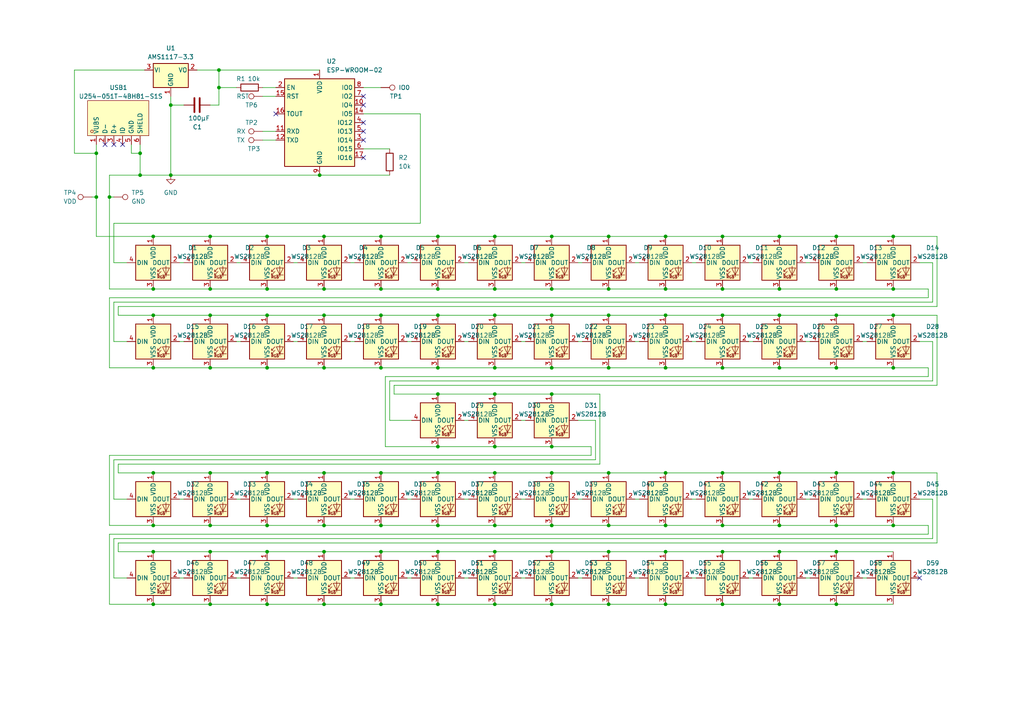
<source format=kicad_sch>
(kicad_sch (version 20231120) (generator "eeschema") (generator_version "8.0")
  (paper "A4")
  (title_block (title "ESP Clock") (rev "1.1") (company "Yanndroid"))
  (lib_symbols
    (symbol "Connector:TestPoint" (pin_numbers hide) (pin_names (offset 0.762) hide)
      (property "Reference" "TP" (at 0 6.858 0))
      (property "Value" "TestPoint" (at 0 5.08 0))
      (symbol "TestPoint_0_1"
        (circle (center 0 3.302) (radius 0.762))
      )
      (symbol "TestPoint_1_1"
        (pin passive line (at 0 0 90) (length 2.54) (name "1") (number "1"))
      )
    )
    (symbol "Device:C" (pin_numbers hide) (pin_names (offset 0.254))
      (property "Reference" "C" (at 0.635 2.54 0))
      (property "Value" "C" (at 0.635 -2.54 0))
      (symbol "C_0_1"
        (polyline (pts (xy -2.032 -0.762) (xy 2.032 -0.762)) (stroke (width 0.508)))
        (polyline (pts (xy -2.032 0.762) (xy 2.032 0.762)) (stroke (width 0.508)))
      )
      (symbol "C_1_1"
        (pin passive line (at 0 3.81 270) (length 2.794) (name "~") (number "1"))
        (pin passive line (at 0 -3.81 90) (length 2.794) (name "~") (number "2"))
      )
    )
    (symbol "Device:R" (pin_numbers hide) (pin_names (offset 0))
      (property "Reference" "R" (at 2.032 0 90))
      (property "Value" "R" (at 0 0 90))
      (symbol "R_0_1"
        (rectangle (start -1.016 -2.54) (end 1.016 2.54) (stroke (width 0.254)))
      )
      (symbol "R_1_1"
        (pin passive line (at 0 3.81 270) (length 1.27) (name "~") (number "1"))
        (pin passive line (at 0 -3.81 90) (length 1.27) (name "~") (number "2"))
      )
    )
    (symbol "LED:WS2812B" (pin_names (offset 0.254))
      (property "Reference" "D" (at 5.08 5.715 0))
      (property "Value" "WS2812B" (at 1.27 -5.715 0))
      (symbol "WS2812B_0_0"
        (text "RGB" (at 2.286 -4.191 0) (effects (font (size 0.762 0.762))))
      )
      (symbol "WS2812B_0_1"
        (polyline (pts (xy 1.27 -3.556) (xy 1.778 -3.556)))
        (polyline (pts (xy 1.27 -2.54) (xy 1.778 -2.54)))
        (polyline (pts (xy 4.699 -3.556) (xy 2.667 -3.556)))
        (polyline (pts (xy 2.286 -2.54) (xy 1.27 -3.556) (xy 1.27 -3.048)))
        (polyline (pts (xy 2.286 -1.524) (xy 1.27 -2.54) (xy 1.27 -2.032)))
        (polyline (pts (xy 3.683 -1.016) (xy 3.683 -3.556) (xy 3.683 -4.064)))
        (polyline (pts (xy 4.699 -1.524) (xy 2.667 -1.524) (xy 3.683 -3.556) (xy 4.699 -1.524)))
        (rectangle (start 5.08 5.08) (end -5.08 -5.08) (stroke (width 0.254)) (fill (type background)))
      )
      (symbol "WS2812B_1_1"
        (pin power_in line (at 0 7.62 270) (length 2.54) (name "VDD") (number "1"))
        (pin output line (at 7.62 0 180) (length 2.54) (name "DOUT") (number "2"))
        (pin power_in line (at 0 -7.62 90) (length 2.54) (name "VSS") (number "3"))
        (pin input line (at -7.62 0 0) (length 2.54) (name "DIN") (number "4"))
      )
    )
    (symbol "RF_Module:ESP-WROOM-02"
      (property "Reference" "U" (at -7.62 13.97 0))
      (property "Value" "ESP-WROOM-02" (at 10.16 13.97 0))
      (symbol "ESP-WROOM-02_0_1"
        (rectangle (start 10.16 12.7) (end -10.16 -12.7) (stroke (width 0.254)) (fill (type background)))
      )
      (symbol "ESP-WROOM-02_1_1"
        (pin power_in line (at 0 15.24 270) (length 2.54) (name "VDD") (number "1"))
        (pin bidirectional line (at 12.7 5.08 180) (length 2.54) (name "IO4") (number "10"))
        (pin bidirectional line (at -12.7 -2.54 0) (length 2.54) (name "RXD") (number "11"))
        (pin bidirectional line (at -12.7 -5.08 0) (length 2.54) (name "TXD") (number "12"))
        (pin passive line (at 0 -15.24 90) (length 2.54) hide (name "GND") (number "13"))
        (pin bidirectional line (at 12.7 2.54 180) (length 2.54) (name "IO5") (number "14"))
        (pin input line (at -12.7 7.62 0) (length 2.54) (name "RST") (number "15"))
        (pin input line (at -12.7 2.54 0) (length 2.54) (name "TOUT") (number "16"))
        (pin bidirectional line (at 12.7 -10.16 180) (length 2.54) (name "IO16") (number "17"))
        (pin passive line (at 0 -15.24 90) (length 2.54) hide (name "GND") (number "18"))
        (pin passive line (at 0 -15.24 90) (length 2.54) hide (name "GND") (number "19"))
        (pin input line (at -12.7 10.16 0) (length 2.54) (name "EN") (number "2"))
        (pin bidirectional line (at 12.7 -5.08 180) (length 2.54) (name "IO14") (number "3"))
        (pin bidirectional line (at 12.7 0 180) (length 2.54) (name "IO12") (number "4"))
        (pin bidirectional line (at 12.7 -2.54 180) (length 2.54) (name "IO13") (number "5"))
        (pin bidirectional line (at 12.7 -7.62 180) (length 2.54) (name "IO15") (number "6"))
        (pin bidirectional line (at 12.7 7.62 180) (length 2.54) (name "IO2") (number "7"))
        (pin bidirectional line (at 12.7 10.16 180) (length 2.54) (name "IO0") (number "8"))
        (pin power_in line (at 0 -15.24 90) (length 2.54) (name "GND") (number "9"))
      )
    )
    (symbol "Regulator_Linear:AMS1117-3.3" (pin_names (offset 0.254))
      (property "Reference" "U" (at -3.81 3.175 0))
      (property "Value" "AMS1117-3.3" (at 0 3.175 0))
      (symbol "AMS1117-3.3_0_1"
        (rectangle (start -5.08 -5.08) (end 5.08 1.905) (stroke (width 0.254)) (fill (type background)))
      )
      (symbol "AMS1117-3.3_1_1"
        (pin power_in line (at 0 -7.62 90) (length 2.54) (name "GND") (number "1"))
        (pin power_out line (at 7.62 0 180) (length 2.54) (name "VO") (number "2"))
        (pin power_in line (at -7.62 0 0) (length 2.54) (name "VI") (number "3"))
      )
    )
    (symbol "easyeda:U254-051T-4BH81-S1S"
      (property "Reference" "USB" (at 0 11.43 0))
      (property "Value" "U254-051T-4BH81-S1S" (at 0 -11.43 0))
      (symbol "U254-051T-4BH81-S1S_0_1"
        (rectangle (start -5.08 8.89) (end 5.08 -8.89) (fill (type background)))
        (circle (center -3.81 7.62) (radius 0.38))
        (pin unspecified line (at -7.62 6.35 0) (length 2.54) (name "VUBS") (number "1"))
        (pin unspecified line (at -7.62 3.81 0) (length 2.54) (name "D-") (number "2"))
        (pin unspecified line (at -7.62 1.27 0) (length 2.54) (name "D+") (number "3"))
        (pin unspecified line (at -7.62 -1.27 0) (length 2.54) (name "ID") (number "4"))
        (pin unspecified line (at -7.62 -3.81 0) (length 2.54) (name "GND") (number "5"))
        (pin unspecified line (at -7.62 -6.35 0) (length 2.54) (name "SHELD") (number "6"))
      )
    )
    (symbol "power:GND" (power) (pin_names (offset 0))
      (property "Value" "GND" (at 0 -3.81 0))
      (symbol "GND_0_1"
        (polyline (pts (xy 0 0) (xy 0 -1.27) (xy 1.27 -1.27) (xy 0 -2.54) (xy -1.27 -1.27) (xy 0 -1.27)))
      )
      (symbol "GND_1_1"
        (pin power_in line (at 0 0 270) (length 0) hide (name "GND") (number "1"))
      )
    )
  )
  (junction (at 193.04 137.16))
  (junction (at 160.02 91.44))
  (junction (at 143.51 68.58))
  (junction (at 226.06 137.16))
  (junction (at 259.08 83.82))
  (junction (at 49.53 50.8))
  (junction (at 40.64 44.45))
  (junction (at 143.51 152.4))
  (junction (at 259.08 91.44))
  (junction (at 60.96 175.26))
  (junction (at 242.57 160.02))
  (junction (at 60.96 160.02))
  (junction (at 242.57 152.4))
  (junction (at 160.02 83.82))
  (junction (at 127 114.3))
  (junction (at 209.55 106.68))
  (junction (at 60.96 152.4))
  (junction (at 44.45 152.4))
  (junction (at 176.53 91.44))
  (junction (at 226.06 152.4))
  (junction (at 160.02 68.58))
  (junction (at 77.47 137.16))
  (junction (at 60.96 106.68))
  (junction (at 127 91.44))
  (junction (at 259.08 152.4))
  (junction (at 93.98 68.58))
  (junction (at 226.06 160.02))
  (junction (at 209.55 91.44))
  (junction (at 44.45 175.26))
  (junction (at 110.49 91.44))
  (junction (at 242.57 137.16))
  (junction (at 63.5 25.4))
  (junction (at 44.45 68.58))
  (junction (at 143.51 83.82))
  (junction (at 27.94 57.15))
  (junction (at 60.96 91.44))
  (junction (at 160.02 114.3))
  (junction (at 226.06 106.68))
  (junction (at 209.55 68.58))
  (junction (at 143.51 129.54))
  (junction (at 31.75 57.15))
  (junction (at 44.45 137.16))
  (junction (at 143.51 106.68))
  (junction (at 60.96 68.58))
  (junction (at 160.02 137.16))
  (junction (at 44.45 91.44))
  (junction (at 143.51 175.26))
  (junction (at 44.45 160.02))
  (junction (at 110.49 68.58))
  (junction (at 176.53 160.02))
  (junction (at 93.98 83.82))
  (junction (at 110.49 160.02))
  (junction (at 127 175.26))
  (junction (at 93.98 106.68))
  (junction (at 143.51 137.16))
  (junction (at 160.02 106.68))
  (junction (at 176.53 68.58))
  (junction (at 110.49 83.82))
  (junction (at 77.47 160.02))
  (junction (at 110.49 175.26))
  (junction (at 193.04 83.82))
  (junction (at 93.98 91.44))
  (junction (at 242.57 175.26))
  (junction (at 193.04 91.44))
  (junction (at 143.51 160.02))
  (junction (at 242.57 106.68))
  (junction (at 40.64 50.8))
  (junction (at 127 160.02))
  (junction (at 77.47 83.82))
  (junction (at 242.57 91.44))
  (junction (at 77.47 152.4))
  (junction (at 127 137.16))
  (junction (at 60.96 83.82))
  (junction (at 127 129.54))
  (junction (at 77.47 106.68))
  (junction (at 160.02 152.4))
  (junction (at 127 106.68))
  (junction (at 44.45 106.68))
  (junction (at 209.55 160.02))
  (junction (at 110.49 152.4))
  (junction (at 160.02 160.02))
  (junction (at 60.96 137.16))
  (junction (at 193.04 68.58))
  (junction (at 27.94 44.45))
  (junction (at 63.5 20.32))
  (junction (at 176.53 106.68))
  (junction (at 110.49 137.16))
  (junction (at 259.08 106.68))
  (junction (at 77.47 91.44))
  (junction (at 49.53 30.48))
  (junction (at 93.98 175.26))
  (junction (at 143.51 91.44))
  (junction (at 160.02 175.26))
  (junction (at 127 68.58))
  (junction (at 259.08 68.58))
  (junction (at 110.49 106.68))
  (junction (at 242.57 83.82))
  (junction (at 226.06 91.44))
  (junction (at 226.06 175.26))
  (junction (at 77.47 68.58))
  (junction (at 193.04 175.26))
  (junction (at 193.04 152.4))
  (junction (at 44.45 83.82))
  (junction (at 93.98 160.02))
  (junction (at 176.53 137.16))
  (junction (at 143.51 114.3))
  (junction (at 209.55 175.26))
  (junction (at 176.53 175.26))
  (junction (at 193.04 160.02))
  (junction (at 209.55 152.4))
  (junction (at 92.71 50.8))
  (junction (at 259.08 137.16))
  (junction (at 226.06 83.82))
  (junction (at 77.47 175.26))
  (junction (at 209.55 137.16))
  (junction (at 160.02 129.54))
  (junction (at 226.06 68.58))
  (junction (at 176.53 152.4))
  (junction (at 209.55 83.82))
  (junction (at 176.53 83.82))
  (junction (at 93.98 152.4))
  (junction (at 193.04 106.68))
  (junction (at 93.98 137.16))
  (junction (at 242.57 68.58))
  (junction (at 127 83.82))
  (junction (at 127 152.4))
  (no_connect (at 105.41 45.72))
  (no_connect (at 105.41 35.56))
  (no_connect (at 35.56 41.91))
  (no_connect (at 33.02 41.91))
  (no_connect (at 105.41 30.48))
  (no_connect (at 105.41 40.64))
  (no_connect (at 105.41 38.1))
  (no_connect (at 30.48 41.91))
  (no_connect (at 80.01 33.02))
  (no_connect (at 266.7 167.64))
  (no_connect (at 105.41 27.94))
  (wire (pts (xy 226.06 91.44) (xy 242.57 91.44)))
  (wire (pts (xy 27.94 68.58) (xy 44.45 68.58)))
  (wire (pts (xy 31.75 106.68) (xy 44.45 106.68)))
  (wire (pts (xy 176.53 68.58) (xy 193.04 68.58)))
  (wire (pts (xy 209.55 91.44) (xy 226.06 91.44)))
  (wire (pts (xy 200.66 144.78) (xy 201.93 144.78)))
  (wire (pts (xy 176.53 91.44) (xy 193.04 91.44)))
  (wire (pts (xy 110.49 91.44) (xy 127 91.44)))
  (wire (pts (xy 143.51 83.82) (xy 160.02 83.82)))
  (wire (pts (xy 101.6 144.78) (xy 102.87 144.78)))
  (wire (pts (xy 160.02 106.68) (xy 176.53 106.68)))
  (wire (pts (xy 101.6 99.06) (xy 102.87 99.06)))
  (wire (pts (xy 269.24 109.22) (xy 111.76 109.22)))
  (wire (pts (xy 77.47 137.16) (xy 93.98 137.16)))
  (wire (pts (xy 40.64 44.45) (xy 40.64 50.8)))
  (wire (pts (xy 173.99 114.3) (xy 173.99 134.62)))
  (wire (pts (xy 60.96 160.02) (xy 77.47 160.02)))
  (wire (pts (xy 68.58 76.2) (xy 69.85 76.2)))
  (wire (pts (xy 160.02 152.4) (xy 176.53 152.4)))
  (wire (pts (xy 226.06 83.82) (xy 242.57 83.82)))
  (wire (pts (xy 143.51 114.3) (xy 160.02 114.3)))
  (wire (pts (xy 269.24 152.4) (xy 269.24 154.94)))
  (wire (pts (xy 93.98 106.68) (xy 110.49 106.68)))
  (wire (pts (xy 127 68.58) (xy 143.51 68.58)))
  (wire (pts (xy 250.19 144.78) (xy 251.46 144.78)))
  (wire (pts (xy 270.51 99.06) (xy 270.51 110.49)))
  (wire (pts (xy 209.55 137.16) (xy 226.06 137.16)))
  (wire (pts (xy 151.13 99.06) (xy 152.4 99.06)))
  (wire (pts (xy 60.96 137.16) (xy 77.47 137.16)))
  (wire (pts (xy 193.04 68.58) (xy 209.55 68.58)))
  (wire (pts (xy 31.75 50.8) (xy 31.75 57.15)))
  (wire (pts (xy 93.98 68.58) (xy 110.49 68.58)))
  (wire (pts (xy 134.62 144.78) (xy 135.89 144.78)))
  (wire (pts (xy 160.02 129.54) (xy 171.45 129.54)))
  (wire (pts (xy 160.02 137.16) (xy 176.53 137.16)))
  (wire (pts (xy 118.11 99.06) (xy 119.38 99.06)))
  (wire (pts (xy 27.94 57.15) (xy 27.94 68.58)))
  (wire (pts (xy 127 137.16) (xy 143.51 137.16)))
  (wire (pts (xy 34.29 88.9) (xy 34.29 91.44)))
  (wire (pts (xy 27.94 41.91) (xy 27.94 44.45)))
  (wire (pts (xy 266.7 144.78) (xy 270.51 144.78)))
  (wire (pts (xy 226.06 175.26) (xy 242.57 175.26)))
  (wire (pts (xy 92.71 50.8) (xy 113.03 50.8)))
  (wire (pts (xy 44.45 91.44) (xy 60.96 91.44)))
  (wire (pts (xy 33.02 99.06) (xy 36.83 99.06)))
  (wire (pts (xy 200.66 99.06) (xy 201.93 99.06)))
  (wire (pts (xy 160.02 175.26) (xy 176.53 175.26)))
  (wire (pts (xy 68.58 99.06) (xy 69.85 99.06)))
  (wire (pts (xy 77.47 91.44) (xy 93.98 91.44)))
  (wire (pts (xy 259.08 106.68) (xy 269.24 106.68)))
  (wire (pts (xy 38.1 41.91) (xy 38.1 44.45)))
  (wire (pts (xy 121.92 33.02) (xy 105.41 33.02)))
  (wire (pts (xy 31.75 175.26) (xy 44.45 175.26)))
  (wire (pts (xy 63.5 25.4) (xy 63.5 30.48)))
  (wire (pts (xy 110.49 152.4) (xy 127 152.4)))
  (wire (pts (xy 160.02 114.3) (xy 173.99 114.3)))
  (wire (pts (xy 110.49 83.82) (xy 127 83.82)))
  (wire (pts (xy 184.15 76.2) (xy 185.42 76.2)))
  (wire (pts (xy 200.66 76.2) (xy 201.93 76.2)))
  (wire (pts (xy 209.55 152.4) (xy 226.06 152.4)))
  (wire (pts (xy 242.57 160.02) (xy 259.08 160.02)))
  (wire (pts (xy 242.57 91.44) (xy 259.08 91.44)))
  (wire (pts (xy 33.02 144.78) (xy 36.83 144.78)))
  (wire (pts (xy 36.83 76.2) (xy 33.02 76.2)))
  (wire (pts (xy 34.29 137.16) (xy 44.45 137.16)))
  (wire (pts (xy 209.55 68.58) (xy 226.06 68.58)))
  (wire (pts (xy 271.78 137.16) (xy 271.78 157.48)))
  (wire (pts (xy 52.07 99.06) (xy 53.34 99.06)))
  (wire (pts (xy 21.59 44.45) (xy 27.94 44.45)))
  (wire (pts (xy 85.09 76.2) (xy 86.36 76.2)))
  (wire (pts (xy 60.96 68.58) (xy 77.47 68.58)))
  (wire (pts (xy 31.75 50.8) (xy 40.64 50.8)))
  (wire (pts (xy 49.53 50.8) (xy 92.71 50.8)))
  (wire (pts (xy 34.29 160.02) (xy 44.45 160.02)))
  (wire (pts (xy 266.7 76.2) (xy 270.51 76.2)))
  (wire (pts (xy 233.68 76.2) (xy 234.95 76.2)))
  (wire (pts (xy 85.09 144.78) (xy 86.36 144.78)))
  (wire (pts (xy 259.08 83.82) (xy 269.24 83.82)))
  (wire (pts (xy 44.45 137.16) (xy 60.96 137.16)))
  (wire (pts (xy 200.66 167.64) (xy 201.93 167.64)))
  (wire (pts (xy 167.64 144.78) (xy 168.91 144.78)))
  (wire (pts (xy 143.51 160.02) (xy 160.02 160.02)))
  (wire (pts (xy 259.08 91.44) (xy 271.78 91.44)))
  (wire (pts (xy 26.67 57.15) (xy 27.94 57.15)))
  (wire (pts (xy 226.06 137.16) (xy 242.57 137.16)))
  (wire (pts (xy 68.58 144.78) (xy 69.85 144.78)))
  (wire (pts (xy 33.02 167.64) (xy 36.83 167.64)))
  (wire (pts (xy 60.96 106.68) (xy 77.47 106.68)))
  (wire (pts (xy 38.1 44.45) (xy 40.64 44.45)))
  (wire (pts (xy 143.51 175.26) (xy 160.02 175.26)))
  (wire (pts (xy 33.02 87.63) (xy 33.02 99.06)))
  (wire (pts (xy 134.62 76.2) (xy 135.89 76.2)))
  (wire (pts (xy 60.96 83.82) (xy 77.47 83.82)))
  (wire (pts (xy 250.19 99.06) (xy 251.46 99.06)))
  (wire (pts (xy 242.57 152.4) (xy 259.08 152.4)))
  (wire (pts (xy 105.41 43.18) (xy 113.03 43.18)))
  (wire (pts (xy 60.96 30.48) (xy 63.5 30.48)))
  (wire (pts (xy 209.55 160.02) (xy 226.06 160.02)))
  (wire (pts (xy 269.24 154.94) (xy 31.75 154.94)))
  (wire (pts (xy 160.02 83.82) (xy 176.53 83.82)))
  (wire (pts (xy 270.51 76.2) (xy 270.51 87.63)))
  (wire (pts (xy 193.04 106.68) (xy 209.55 106.68)))
  (wire (pts (xy 68.58 167.64) (xy 69.85 167.64)))
  (wire (pts (xy 111.76 109.22) (xy 111.76 129.54)))
  (wire (pts (xy 44.45 106.68) (xy 60.96 106.68)))
  (wire (pts (xy 77.47 152.4) (xy 93.98 152.4)))
  (wire (pts (xy 52.07 167.64) (xy 53.34 167.64)))
  (wire (pts (xy 34.29 134.62) (xy 34.29 137.16)))
  (wire (pts (xy 271.78 137.16) (xy 259.08 137.16)))
  (wire (pts (xy 49.53 30.48) (xy 49.53 50.8)))
  (wire (pts (xy 21.59 20.32) (xy 21.59 44.45)))
  (wire (pts (xy 171.45 129.54) (xy 171.45 132.08)))
  (wire (pts (xy 93.98 152.4) (xy 110.49 152.4)))
  (wire (pts (xy 93.98 137.16) (xy 110.49 137.16)))
  (wire (pts (xy 269.24 106.68) (xy 269.24 109.22)))
  (wire (pts (xy 193.04 91.44) (xy 209.55 91.44)))
  (wire (pts (xy 167.64 121.92) (xy 172.72 121.92)))
  (wire (pts (xy 270.51 110.49) (xy 113.03 110.49)))
  (wire (pts (xy 127 83.82) (xy 143.51 83.82)))
  (wire (pts (xy 127 129.54) (xy 143.51 129.54)))
  (wire (pts (xy 127 106.68) (xy 143.51 106.68)))
  (wire (pts (xy 193.04 83.82) (xy 209.55 83.82)))
  (wire (pts (xy 233.68 144.78) (xy 234.95 144.78)))
  (wire (pts (xy 57.15 20.32) (xy 63.5 20.32)))
  (wire (pts (xy 160.02 160.02) (xy 176.53 160.02)))
  (wire (pts (xy 143.51 91.44) (xy 160.02 91.44)))
  (wire (pts (xy 217.17 99.06) (xy 218.44 99.06)))
  (wire (pts (xy 151.13 121.92) (xy 152.4 121.92)))
  (wire (pts (xy 44.45 68.58) (xy 60.96 68.58)))
  (wire (pts (xy 270.51 156.21) (xy 33.02 156.21)))
  (wire (pts (xy 85.09 99.06) (xy 86.36 99.06)))
  (wire (pts (xy 52.07 144.78) (xy 53.34 144.78)))
  (wire (pts (xy 93.98 160.02) (xy 110.49 160.02)))
  (wire (pts (xy 266.7 99.06) (xy 270.51 99.06)))
  (wire (pts (xy 77.47 106.68) (xy 93.98 106.68)))
  (wire (pts (xy 176.53 137.16) (xy 193.04 137.16)))
  (wire (pts (xy 63.5 20.32) (xy 92.71 20.32)))
  (wire (pts (xy 93.98 83.82) (xy 110.49 83.82)))
  (wire (pts (xy 101.6 76.2) (xy 102.87 76.2)))
  (wire (pts (xy 121.92 64.77) (xy 121.92 33.02)))
  (wire (pts (xy 269.24 83.82) (xy 269.24 86.36)))
  (wire (pts (xy 143.51 68.58) (xy 160.02 68.58)))
  (wire (pts (xy 31.75 132.08) (xy 31.75 152.4)))
  (wire (pts (xy 110.49 137.16) (xy 127 137.16)))
  (wire (pts (xy 176.53 175.26) (xy 193.04 175.26)))
  (wire (pts (xy 77.47 175.26) (xy 93.98 175.26)))
  (wire (pts (xy 40.64 50.8) (xy 49.53 50.8)))
  (wire (pts (xy 217.17 167.64) (xy 218.44 167.64)))
  (wire (pts (xy 60.96 175.26) (xy 77.47 175.26)))
  (wire (pts (xy 31.75 154.94) (xy 31.75 175.26)))
  (wire (pts (xy 111.76 129.54) (xy 127 129.54)))
  (wire (pts (xy 143.51 106.68) (xy 160.02 106.68)))
  (wire (pts (xy 160.02 68.58) (xy 176.53 68.58)))
  (wire (pts (xy 31.75 57.15) (xy 33.02 57.15)))
  (wire (pts (xy 110.49 106.68) (xy 127 106.68)))
  (wire (pts (xy 143.51 137.16) (xy 160.02 137.16)))
  (wire (pts (xy 143.51 129.54) (xy 160.02 129.54)))
  (wire (pts (xy 114.3 114.3) (xy 114.3 111.76)))
  (wire (pts (xy 63.5 25.4) (xy 68.58 25.4)))
  (wire (pts (xy 269.24 86.36) (xy 31.75 86.36)))
  (wire (pts (xy 118.11 167.64) (xy 119.38 167.64)))
  (wire (pts (xy 250.19 167.64) (xy 251.46 167.64)))
  (wire (pts (xy 44.45 83.82) (xy 31.75 83.82)))
  (wire (pts (xy 31.75 57.15) (xy 31.75 83.82)))
  (wire (pts (xy 176.53 160.02) (xy 193.04 160.02)))
  (wire (pts (xy 176.53 83.82) (xy 193.04 83.82)))
  (wire (pts (xy 193.04 137.16) (xy 209.55 137.16)))
  (wire (pts (xy 176.53 106.68) (xy 193.04 106.68)))
  (wire (pts (xy 151.13 167.64) (xy 152.4 167.64)))
  (wire (pts (xy 110.49 68.58) (xy 127 68.58)))
  (wire (pts (xy 173.99 134.62) (xy 34.29 134.62)))
  (wire (pts (xy 134.62 167.64) (xy 135.89 167.64)))
  (wire (pts (xy 209.55 106.68) (xy 226.06 106.68)))
  (wire (pts (xy 134.62 121.92) (xy 135.89 121.92)))
  (wire (pts (xy 242.57 175.26) (xy 259.08 175.26)))
  (wire (pts (xy 193.04 160.02) (xy 209.55 160.02)))
  (wire (pts (xy 217.17 144.78) (xy 218.44 144.78)))
  (wire (pts (xy 226.06 106.68) (xy 242.57 106.68)))
  (wire (pts (xy 76.2 25.4) (xy 80.01 25.4)))
  (wire (pts (xy 127 152.4) (xy 143.51 152.4)))
  (wire (pts (xy 76.2 27.94) (xy 80.01 27.94)))
  (wire (pts (xy 193.04 152.4) (xy 209.55 152.4)))
  (wire (pts (xy 77.47 83.82) (xy 93.98 83.82)))
  (wire (pts (xy 101.6 167.64) (xy 102.87 167.64)))
  (wire (pts (xy 270.51 144.78) (xy 270.51 156.21)))
  (wire (pts (xy 114.3 111.76) (xy 271.78 111.76)))
  (wire (pts (xy 113.03 110.49) (xy 113.03 121.92)))
  (wire (pts (xy 250.19 76.2) (xy 251.46 76.2)))
  (wire (pts (xy 110.49 160.02) (xy 127 160.02)))
  (wire (pts (xy 34.29 157.48) (xy 34.29 160.02)))
  (wire (pts (xy 127 160.02) (xy 143.51 160.02)))
  (wire (pts (xy 127 175.26) (xy 143.51 175.26)))
  (wire (pts (xy 172.72 121.92) (xy 172.72 133.35)))
  (wire (pts (xy 52.07 76.2) (xy 53.34 76.2)))
  (wire (pts (xy 127 91.44) (xy 143.51 91.44)))
  (wire (pts (xy 80.01 40.64) (xy 76.2 40.64)))
  (wire (pts (xy 226.06 152.4) (xy 242.57 152.4)))
  (wire (pts (xy 271.78 68.58) (xy 271.78 88.9)))
  (wire (pts (xy 127 114.3) (xy 114.3 114.3)))
  (wire (pts (xy 167.64 99.06) (xy 168.91 99.06)))
  (wire (pts (xy 44.45 152.4) (xy 60.96 152.4)))
  (wire (pts (xy 271.78 157.48) (xy 34.29 157.48)))
  (wire (pts (xy 226.06 160.02) (xy 242.57 160.02)))
  (wire (pts (xy 184.15 167.64) (xy 185.42 167.64)))
  (wire (pts (xy 33.02 156.21) (xy 33.02 167.64)))
  (wire (pts (xy 49.53 27.94) (xy 49.53 30.48)))
  (wire (pts (xy 209.55 83.82) (xy 226.06 83.82)))
  (wire (pts (xy 270.51 87.63) (xy 33.02 87.63)))
  (wire (pts (xy 31.75 152.4) (xy 44.45 152.4)))
  (wire (pts (xy 233.68 167.64) (xy 234.95 167.64)))
  (wire (pts (xy 60.96 91.44) (xy 77.47 91.44)))
  (wire (pts (xy 193.04 175.26) (xy 209.55 175.26)))
  (wire (pts (xy 27.94 44.45) (xy 27.94 57.15)))
  (wire (pts (xy 171.45 132.08) (xy 31.75 132.08)))
  (wire (pts (xy 176.53 152.4) (xy 193.04 152.4)))
  (wire (pts (xy 44.45 175.26) (xy 60.96 175.26)))
  (wire (pts (xy 110.49 175.26) (xy 127 175.26)))
  (wire (pts (xy 113.03 121.92) (xy 119.38 121.92)))
  (wire (pts (xy 44.45 83.82) (xy 60.96 83.82)))
  (wire (pts (xy 21.59 20.32) (xy 41.91 20.32)))
  (wire (pts (xy 167.64 76.2) (xy 168.91 76.2)))
  (wire (pts (xy 242.57 68.58) (xy 259.08 68.58)))
  (wire (pts (xy 76.2 38.1) (xy 80.01 38.1)))
  (wire (pts (xy 93.98 91.44) (xy 110.49 91.44)))
  (wire (pts (xy 44.45 160.02) (xy 60.96 160.02)))
  (wire (pts (xy 259.08 152.4) (xy 269.24 152.4)))
  (wire (pts (xy 217.17 76.2) (xy 218.44 76.2)))
  (wire (pts (xy 242.57 106.68) (xy 259.08 106.68)))
  (wire (pts (xy 33.02 76.2) (xy 33.02 64.77)))
  (wire (pts (xy 34.29 91.44) (xy 44.45 91.44)))
  (wire (pts (xy 60.96 152.4) (xy 77.47 152.4)))
  (wire (pts (xy 40.64 41.91) (xy 40.64 44.45)))
  (wire (pts (xy 127 114.3) (xy 143.51 114.3)))
  (wire (pts (xy 118.11 76.2) (xy 119.38 76.2)))
  (wire (pts (xy 33.02 64.77) (xy 121.92 64.77)))
  (wire (pts (xy 49.53 30.48) (xy 53.34 30.48)))
  (wire (pts (xy 160.02 91.44) (xy 176.53 91.44)))
  (wire (pts (xy 167.64 167.64) (xy 168.91 167.64)))
  (wire (pts (xy 271.78 68.58) (xy 259.08 68.58)))
  (wire (pts (xy 271.78 88.9) (xy 34.29 88.9)))
  (wire (pts (xy 31.75 86.36) (xy 31.75 106.68)))
  (wire (pts (xy 233.68 99.06) (xy 234.95 99.06)))
  (wire (pts (xy 184.15 144.78) (xy 185.42 144.78)))
  (wire (pts (xy 172.72 133.35) (xy 33.02 133.35)))
  (wire (pts (xy 271.78 111.76) (xy 271.78 91.44)))
  (wire (pts (xy 105.41 25.4) (xy 110.49 25.4)))
  (wire (pts (xy 77.47 160.02) (xy 93.98 160.02)))
  (wire (pts (xy 93.98 175.26) (xy 110.49 175.26)))
  (wire (pts (xy 134.62 99.06) (xy 135.89 99.06)))
  (wire (pts (xy 226.06 68.58) (xy 242.57 68.58)))
  (wire (pts (xy 209.55 175.26) (xy 226.06 175.26)))
  (wire (pts (xy 63.5 25.4) (xy 63.5 20.32)))
  (wire (pts (xy 143.51 152.4) (xy 160.02 152.4)))
  (wire (pts (xy 184.15 99.06) (xy 185.42 99.06)))
  (wire (pts (xy 77.47 68.58) (xy 93.98 68.58)))
  (wire (pts (xy 151.13 76.2) (xy 152.4 76.2)))
  (wire (pts (xy 242.57 83.82) (xy 259.08 83.82)))
  (wire (pts (xy 151.13 144.78) (xy 152.4 144.78)))
  (wire (pts (xy 242.57 137.16) (xy 259.08 137.16)))
  (wire (pts (xy 33.02 133.35) (xy 33.02 144.78)))
  (wire (pts (xy 85.09 167.64) (xy 86.36 167.64)))
  (wire (pts (xy 118.11 144.78) (xy 119.38 144.78)))
  (symbol (lib_id "LED:WS2812B") (at 176.53 99.06 0) (unit 1)
    (property "Reference" "D23" (at 187.96 94.7293 0))
    (property "Value" "WS2812B" (at 187.96 97.2693 0))
    (property "Footprint" "LED_SMD:LED_WS2812B_PLCC4_5.0x5.0mm_P3.2mm" (effects (hide yes)))
    (property "Datasheet" "https://cdn-shop.adafruit.com/datasheets/WS2812B.pdf" (effects (hide yes)))
  )
  (symbol (lib_id "LED:WS2812B") (at 259.08 144.78 0) (unit 1)
    (property "Reference" "D45" (at 270.51 140.4493 0))
    (property "Value" "WS2812B" (at 270.51 142.9893 0))
    (property "Footprint" "LED_SMD:LED_WS2812B_PLCC4_5.0x5.0mm_P3.2mm" (effects (hide yes)))
    (property "Datasheet" "https://cdn-shop.adafruit.com/datasheets/WS2812B.pdf" (effects (hide yes)))
  )
  (symbol (lib_id "LED:WS2812B") (at 127 144.78 0) (unit 1)
    (property "Reference" "D37" (at 138.43 140.4493 0))
    (property "Value" "WS2812B" (at 138.43 142.9893 0))
    (property "Footprint" "LED_SMD:LED_WS2812B_PLCC4_5.0x5.0mm_P3.2mm" (effects (hide yes)))
    (property "Datasheet" "https://cdn-shop.adafruit.com/datasheets/WS2812B.pdf" (effects (hide yes)))
  )
  (symbol (lib_id "LED:WS2812B") (at 93.98 99.06 0) (unit 1)
    (property "Reference" "D18" (at 105.41 94.7293 0))
    (property "Value" "WS2812B" (at 105.41 97.2693 0))
    (property "Footprint" "LED_SMD:LED_WS2812B_PLCC4_5.0x5.0mm_P3.2mm" (effects (hide yes)))
    (property "Datasheet" "https://cdn-shop.adafruit.com/datasheets/WS2812B.pdf" (effects (hide yes)))
  )
  (symbol (lib_id "power:GND") (at 49.53 50.8 0) (unit 1)
    (property "Reference" "#PWR01" (effects (hide yes)))
    (property "Value" "GND" (at 49.53 55.88 0))
  )
  (symbol (lib_id "LED:WS2812B") (at 160.02 167.64 0) (unit 1)
    (property "Reference" "D53" (at 171.45 163.3093 0))
    (property "Value" "WS2812B" (at 171.45 165.8493 0))
    (property "Footprint" "LED_SMD:LED_WS2812B_PLCC4_5.0x5.0mm_P3.2mm" (effects (hide yes)))
    (property "Datasheet" "https://cdn-shop.adafruit.com/datasheets/WS2812B.pdf" (effects (hide yes)))
  )
  (symbol (lib_id "Connector:TestPoint") (at 76.2 38.1 90) (unit 1)
    (property "Reference" "TP2" (at 71.12 35.56 90) (effects (justify right)))
    (property "Value" "RX" (at 68.58 38.1 90) (effects (justify right)))
    (property "Footprint" "TestPoint:TestPoint_Pad_D1.5mm" (effects (hide yes)))
  )
  (symbol (lib_id "LED:WS2812B") (at 127 121.92 0) (unit 1)
    (property "Reference" "D29" (at 138.43 117.5893 0))
    (property "Value" "WS2812B" (at 138.43 120.1293 0))
    (property "Footprint" "LED_SMD:LED_WS2812B_PLCC4_5.0x5.0mm_P3.2mm" (effects (hide yes)))
    (property "Datasheet" "https://cdn-shop.adafruit.com/datasheets/WS2812B.pdf" (effects (hide yes)))
  )
  (symbol (lib_id "LED:WS2812B") (at 160.02 76.2 0) (unit 1)
    (property "Reference" "D8" (at 171.45 71.8693 0))
    (property "Value" "WS2812B" (at 171.45 74.4093 0))
    (property "Footprint" "LED_SMD:LED_WS2812B_PLCC4_5.0x5.0mm_P3.2mm" (effects (hide yes)))
    (property "Datasheet" "https://cdn-shop.adafruit.com/datasheets/WS2812B.pdf" (effects (hide yes)))
  )
  (symbol (lib_id "LED:WS2812B") (at 209.55 76.2 0) (unit 1)
    (property "Reference" "D11" (at 220.98 71.8693 0))
    (property "Value" "WS2812B" (at 220.98 74.4093 0))
    (property "Footprint" "LED_SMD:LED_WS2812B_PLCC4_5.0x5.0mm_P3.2mm" (effects (hide yes)))
    (property "Datasheet" "https://cdn-shop.adafruit.com/datasheets/WS2812B.pdf" (effects (hide yes)))
  )
  (symbol (lib_id "LED:WS2812B") (at 226.06 76.2 0) (unit 1)
    (property "Reference" "D12" (at 237.49 71.8693 0))
    (property "Value" "WS2812B" (at 237.49 74.4093 0))
    (property "Footprint" "LED_SMD:LED_WS2812B_PLCC4_5.0x5.0mm_P3.2mm" (effects (hide yes)))
    (property "Datasheet" "https://cdn-shop.adafruit.com/datasheets/WS2812B.pdf" (effects (hide yes)))
  )
  (symbol (lib_id "LED:WS2812B") (at 60.96 167.64 0) (unit 1)
    (property "Reference" "D47" (at 72.39 163.3093 0))
    (property "Value" "WS2812B" (at 72.39 165.8493 0))
    (property "Footprint" "LED_SMD:LED_WS2812B_PLCC4_5.0x5.0mm_P3.2mm" (effects (hide yes)))
    (property "Datasheet" "https://cdn-shop.adafruit.com/datasheets/WS2812B.pdf" (effects (hide yes)))
  )
  (symbol (lib_id "Connector:TestPoint") (at 76.2 27.94 90) (unit 1)
    (property "Reference" "TP6" (at 71.12 30.48 90) (effects (justify right)))
    (property "Value" "RST" (at 68.58 27.94 90) (effects (justify right)))
    (property "Footprint" "TestPoint:TestPoint_Pad_D1.5mm" (effects (hide yes)))
  )
  (symbol (lib_id "LED:WS2812B") (at 44.45 167.64 0) (unit 1)
    (property "Reference" "D46" (at 55.88 163.3093 0))
    (property "Value" "WS2812B" (at 55.88 165.8493 0))
    (property "Footprint" "LED_SMD:LED_WS2812B_PLCC4_5.0x5.0mm_P3.2mm" (effects (hide yes)))
    (property "Datasheet" "https://cdn-shop.adafruit.com/datasheets/WS2812B.pdf" (effects (hide yes)))
  )
  (symbol (lib_id "Connector:TestPoint") (at 76.2 40.64 90) (unit 1)
    (property "Reference" "TP3" (at 73.66 43.18 90))
    (property "Value" "TX" (at 69.85 40.64 90))
    (property "Footprint" "TestPoint:TestPoint_Pad_D1.5mm" (effects (hide yes)))
  )
  (symbol (lib_id "Connector:TestPoint") (at 26.67 57.15 90) (unit 1)
    (property "Reference" "TP4" (at 20.32 55.88 90))
    (property "Value" "VDD" (at 20.32 58.42 90))
    (property "Footprint" "TestPoint:TestPoint_Pad_D2.5mm" (effects (hide yes)))
  )
  (symbol (lib_id "Connector:TestPoint") (at 33.02 57.15 270) (unit 1)
    (property "Reference" "TP5" (at 38.1 55.8799 90) (effects (justify left)))
    (property "Value" "GND" (at 38.1 58.4199 90) (effects (justify left)))
    (property "Footprint" "TestPoint:TestPoint_Pad_D2.5mm" (effects (hide yes)))
  )
  (symbol (lib_id "LED:WS2812B") (at 93.98 76.2 0) (unit 1)
    (property "Reference" "D4" (at 105.41 71.8693 0))
    (property "Value" "WS2812B" (at 105.41 74.4093 0))
    (property "Footprint" "LED_SMD:LED_WS2812B_PLCC4_5.0x5.0mm_P3.2mm" (effects (hide yes)))
    (property "Datasheet" "https://cdn-shop.adafruit.com/datasheets/WS2812B.pdf" (effects (hide yes)))
  )
  (symbol (lib_id "LED:WS2812B") (at 77.47 99.06 0) (unit 1)
    (property "Reference" "D17" (at 88.9 94.7293 0))
    (property "Value" "WS2812B" (at 88.9 97.2693 0))
    (property "Footprint" "LED_SMD:LED_WS2812B_PLCC4_5.0x5.0mm_P3.2mm" (effects (hide yes)))
    (property "Datasheet" "https://cdn-shop.adafruit.com/datasheets/WS2812B.pdf" (effects (hide yes)))
  )
  (symbol (lib_id "LED:WS2812B") (at 110.49 167.64 0) (unit 1)
    (property "Reference" "D50" (at 121.92 163.3093 0))
    (property "Value" "WS2812B" (at 121.92 165.8493 0))
    (property "Footprint" "LED_SMD:LED_WS2812B_PLCC4_5.0x5.0mm_P3.2mm" (effects (hide yes)))
    (property "Datasheet" "https://cdn-shop.adafruit.com/datasheets/WS2812B.pdf" (effects (hide yes)))
  )
  (symbol (lib_id "LED:WS2812B") (at 143.51 144.78 0) (unit 1)
    (property "Reference" "D38" (at 154.94 140.4493 0))
    (property "Value" "WS2812B" (at 154.94 142.9893 0))
    (property "Footprint" "LED_SMD:LED_WS2812B_PLCC4_5.0x5.0mm_P3.2mm" (effects (hide yes)))
    (property "Datasheet" "https://cdn-shop.adafruit.com/datasheets/WS2812B.pdf" (effects (hide yes)))
  )
  (symbol (lib_id "LED:WS2812B") (at 160.02 99.06 0) (unit 1)
    (property "Reference" "D22" (at 171.45 94.7293 0))
    (property "Value" "WS2812B" (at 171.45 97.2693 0))
    (property "Footprint" "LED_SMD:LED_WS2812B_PLCC4_5.0x5.0mm_P3.2mm" (effects (hide yes)))
    (property "Datasheet" "https://cdn-shop.adafruit.com/datasheets/WS2812B.pdf" (effects (hide yes)))
  )
  (symbol (lib_id "LED:WS2812B") (at 143.51 121.92 0) (unit 1)
    (property "Reference" "D30" (at 154.94 117.5893 0))
    (property "Value" "WS2812B" (at 154.94 120.1293 0))
    (property "Footprint" "LED_SMD:LED_WS2812B_PLCC4_5.0x5.0mm_P3.2mm" (effects (hide yes)))
    (property "Datasheet" "https://cdn-shop.adafruit.com/datasheets/WS2812B.pdf" (effects (hide yes)))
  )
  (symbol (lib_id "LED:WS2812B") (at 143.51 99.06 0) (unit 1)
    (property "Reference" "D21" (at 154.94 94.7293 0))
    (property "Value" "WS2812B" (at 154.94 97.2693 0))
    (property "Footprint" "LED_SMD:LED_WS2812B_PLCC4_5.0x5.0mm_P3.2mm" (effects (hide yes)))
    (property "Datasheet" "https://cdn-shop.adafruit.com/datasheets/WS2812B.pdf" (effects (hide yes)))
  )
  (symbol (lib_id "LED:WS2812B") (at 143.51 76.2 0) (unit 1)
    (property "Reference" "D7" (at 154.94 71.8693 0))
    (property "Value" "WS2812B" (at 154.94 74.4093 0))
    (property "Footprint" "LED_SMD:LED_WS2812B_PLCC4_5.0x5.0mm_P3.2mm" (effects (hide yes)))
    (property "Datasheet" "https://cdn-shop.adafruit.com/datasheets/WS2812B.pdf" (effects (hide yes)))
  )
  (symbol (lib_id "easyeda:U254-051T-4BH81-S1S") (at 34.29 34.29 90) (unit 1)
    (property "Reference" "USB1" (at 31.75 25.4 90) (effects (justify right)))
    (property "Value" "U254-051T-4BH81-S1S" (at 22.86 27.94 90) (effects (justify right)))
    (property "Footprint" "easyeda:MICRO-USB-SMD_U254-051T-4BH81-S1S" (effects (hide yes)))
    (property "Datasheet" "https://lcsc.com/product-detail/USB-Connectors_XKB-Connectivity-U254-051T-4BH81-S1S_C2682232.html" (effects (hide yes)))
    (property "Manufacturer" "XKB Connectivity(中国星坤)" (effects (hide yes)))
    (property "LCSC Part" "C2682232" (effects (hide yes)))
    (property "JLC Part" "Extended Part" (effects (hide yes)))
  )
  (symbol (lib_id "Device:R") (at 113.03 46.99 0) (unit 1)
    (property "Reference" "R2" (at 115.57 45.7199 0) (effects (justify left)))
    (property "Value" "10k" (at 115.57 48.2599 0) (effects (justify left)))
    (property "Footprint" "Resistor_SMD:R_0603_1608Metric" (effects (hide yes)))
  )
  (symbol (lib_id "LED:WS2812B") (at 110.49 144.78 0) (unit 1)
    (property "Reference" "D36" (at 121.92 140.4493 0))
    (property "Value" "WS2812B" (at 121.92 142.9893 0))
    (property "Footprint" "LED_SMD:LED_WS2812B_PLCC4_5.0x5.0mm_P3.2mm" (effects (hide yes)))
    (property "Datasheet" "https://cdn-shop.adafruit.com/datasheets/WS2812B.pdf" (effects (hide yes)))
  )
  (symbol (lib_id "LED:WS2812B") (at 209.55 144.78 0) (unit 1)
    (property "Reference" "D42" (at 220.98 140.4493 0))
    (property "Value" "WS2812B" (at 220.98 142.9893 0))
    (property "Footprint" "LED_SMD:LED_WS2812B_PLCC4_5.0x5.0mm_P3.2mm" (effects (hide yes)))
    (property "Datasheet" "https://cdn-shop.adafruit.com/datasheets/WS2812B.pdf" (effects (hide yes)))
  )
  (symbol (lib_id "LED:WS2812B") (at 176.53 167.64 0) (unit 1)
    (property "Reference" "D54" (at 187.96 163.3093 0))
    (property "Value" "WS2812B" (at 187.96 165.8493 0))
    (property "Footprint" "LED_SMD:LED_WS2812B_PLCC4_5.0x5.0mm_P3.2mm" (effects (hide yes)))
    (property "Datasheet" "https://cdn-shop.adafruit.com/datasheets/WS2812B.pdf" (effects (hide yes)))
  )
  (symbol (lib_id "LED:WS2812B") (at 110.49 99.06 0) (unit 1)
    (property "Reference" "D19" (at 121.92 94.7293 0))
    (property "Value" "WS2812B" (at 121.92 97.2693 0))
    (property "Footprint" "LED_SMD:LED_WS2812B_PLCC4_5.0x5.0mm_P3.2mm" (effects (hide yes)))
    (property "Datasheet" "https://cdn-shop.adafruit.com/datasheets/WS2812B.pdf" (effects (hide yes)))
  )
  (symbol (lib_id "LED:WS2812B") (at 226.06 144.78 0) (unit 1)
    (property "Reference" "D43" (at 237.49 140.4493 0))
    (property "Value" "WS2812B" (at 237.49 142.9893 0))
    (property "Footprint" "LED_SMD:LED_WS2812B_PLCC4_5.0x5.0mm_P3.2mm" (effects (hide yes)))
    (property "Datasheet" "https://cdn-shop.adafruit.com/datasheets/WS2812B.pdf" (effects (hide yes)))
  )
  (symbol (lib_id "LED:WS2812B") (at 176.53 144.78 0) (unit 1)
    (property "Reference" "D40" (at 187.96 140.4493 0))
    (property "Value" "WS2812B" (at 187.96 142.9893 0))
    (property "Footprint" "LED_SMD:LED_WS2812B_PLCC4_5.0x5.0mm_P3.2mm" (effects (hide yes)))
    (property "Datasheet" "https://cdn-shop.adafruit.com/datasheets/WS2812B.pdf" (effects (hide yes)))
  )
  (symbol (lib_id "LED:WS2812B") (at 242.57 167.64 0) (unit 1)
    (property "Reference" "D58" (at 254 163.3093 0))
    (property "Value" "WS2812B" (at 254 165.8493 0))
    (property "Footprint" "LED_SMD:LED_WS2812B_PLCC4_5.0x5.0mm_P3.2mm" (effects (hide yes)))
    (property "Datasheet" "https://cdn-shop.adafruit.com/datasheets/WS2812B.pdf" (effects (hide yes)))
  )
  (symbol (lib_id "LED:WS2812B") (at 160.02 144.78 0) (unit 1)
    (property "Reference" "D39" (at 171.45 140.4493 0))
    (property "Value" "WS2812B" (at 171.45 142.9893 0))
    (property "Footprint" "LED_SMD:LED_WS2812B_PLCC4_5.0x5.0mm_P3.2mm" (effects (hide yes)))
    (property "Datasheet" "https://cdn-shop.adafruit.com/datasheets/WS2812B.pdf" (effects (hide yes)))
  )
  (symbol (lib_id "LED:WS2812B") (at 242.57 76.2 0) (unit 1)
    (property "Reference" "D13" (at 254 71.8693 0))
    (property "Value" "WS2812B" (at 254 74.4093 0))
    (property "Footprint" "LED_SMD:LED_WS2812B_PLCC4_5.0x5.0mm_P3.2mm" (effects (hide yes)))
    (property "Datasheet" "https://cdn-shop.adafruit.com/datasheets/WS2812B.pdf" (effects (hide yes)))
  )
  (symbol (lib_id "Regulator_Linear:AMS1117-3.3") (at 49.53 20.32 0) (unit 1)
    (property "Reference" "U1" (at 49.53 13.97 0))
    (property "Value" "AMS1117-3.3" (at 49.53 16.51 0))
    (property "Footprint" "Package_TO_SOT_SMD:SOT-223-3_TabPin2" (effects (hide yes)))
    (property "Datasheet" "http://www.advanced-monolithic.com/pdf/ds1117.pdf" (effects (hide yes)))
  )
  (symbol (lib_id "LED:WS2812B") (at 226.06 167.64 0) (unit 1)
    (property "Reference" "D57" (at 237.49 163.3093 0))
    (property "Value" "WS2812B" (at 237.49 165.8493 0))
    (property "Footprint" "LED_SMD:LED_WS2812B_PLCC4_5.0x5.0mm_P3.2mm" (effects (hide yes)))
    (property "Datasheet" "https://cdn-shop.adafruit.com/datasheets/WS2812B.pdf" (effects (hide yes)))
  )
  (symbol (lib_id "LED:WS2812B") (at 226.06 99.06 0) (unit 1)
    (property "Reference" "D26" (at 237.49 94.7293 0))
    (property "Value" "WS2812B" (at 237.49 97.2693 0))
    (property "Footprint" "LED_SMD:LED_WS2812B_PLCC4_5.0x5.0mm_P3.2mm" (effects (hide yes)))
    (property "Datasheet" "https://cdn-shop.adafruit.com/datasheets/WS2812B.pdf" (effects (hide yes)))
  )
  (symbol (lib_id "LED:WS2812B") (at 193.04 144.78 0) (unit 1)
    (property "Reference" "D41" (at 204.47 140.4493 0))
    (property "Value" "WS2812B" (at 204.47 142.9893 0))
    (property "Footprint" "LED_SMD:LED_WS2812B_PLCC4_5.0x5.0mm_P3.2mm" (effects (hide yes)))
    (property "Datasheet" "https://cdn-shop.adafruit.com/datasheets/WS2812B.pdf" (effects (hide yes)))
  )
  (symbol (lib_id "LED:WS2812B") (at 93.98 144.78 0) (unit 1)
    (property "Reference" "D35" (at 105.41 140.4493 0))
    (property "Value" "WS2812B" (at 105.41 142.9893 0))
    (property "Footprint" "LED_SMD:LED_WS2812B_PLCC4_5.0x5.0mm_P3.2mm" (effects (hide yes)))
    (property "Datasheet" "https://cdn-shop.adafruit.com/datasheets/WS2812B.pdf" (effects (hide yes)))
  )
  (symbol (lib_id "Device:C") (at 57.15 30.48 270) (unit 1)
    (property "Reference" "C1" (at 55.88 36.83 90) (effects (justify left)))
    (property "Value" "100µF" (at 54.61 34.29 90) (effects (justify left)))
    (property "Footprint" "Capacitor_SMD:C_1206_3216Metric" (effects (hide yes)))
  )
  (symbol (lib_id "LED:WS2812B") (at 60.96 144.78 0) (unit 1)
    (property "Reference" "D33" (at 72.39 140.4493 0))
    (property "Value" "WS2812B" (at 72.39 142.9893 0))
    (property "Footprint" "LED_SMD:LED_WS2812B_PLCC4_5.0x5.0mm_P3.2mm" (effects (hide yes)))
    (property "Datasheet" "https://cdn-shop.adafruit.com/datasheets/WS2812B.pdf" (effects (hide yes)))
  )
  (symbol (lib_id "LED:WS2812B") (at 193.04 76.2 0) (unit 1)
    (property "Reference" "D10" (at 204.47 71.8693 0))
    (property "Value" "WS2812B" (at 204.47 74.4093 0))
    (property "Footprint" "LED_SMD:LED_WS2812B_PLCC4_5.0x5.0mm_P3.2mm" (effects (hide yes)))
    (property "Datasheet" "https://cdn-shop.adafruit.com/datasheets/WS2812B.pdf" (effects (hide yes)))
  )
  (symbol (lib_id "LED:WS2812B") (at 242.57 144.78 0) (unit 1)
    (property "Reference" "D44" (at 254 140.4493 0))
    (property "Value" "WS2812B" (at 254 142.9893 0))
    (property "Footprint" "LED_SMD:LED_WS2812B_PLCC4_5.0x5.0mm_P3.2mm" (effects (hide yes)))
    (property "Datasheet" "https://cdn-shop.adafruit.com/datasheets/WS2812B.pdf" (effects (hide yes)))
  )
  (symbol (lib_id "LED:WS2812B") (at 160.02 121.92 0) (unit 1)
    (property "Reference" "D31" (at 171.45 117.5893 0))
    (property "Value" "WS2812B" (at 171.45 120.1293 0))
    (property "Footprint" "LED_SMD:LED_WS2812B_PLCC4_5.0x5.0mm_P3.2mm" (effects (hide yes)))
    (property "Datasheet" "https://cdn-shop.adafruit.com/datasheets/WS2812B.pdf" (effects (hide yes)))
  )
  (symbol (lib_id "LED:WS2812B") (at 193.04 99.06 0) (unit 1)
    (property "Reference" "D24" (at 204.47 94.7293 0))
    (property "Value" "WS2812B" (at 204.47 97.2693 0))
    (property "Footprint" "LED_SMD:LED_WS2812B_PLCC4_5.0x5.0mm_P3.2mm" (effects (hide yes)))
    (property "Datasheet" "https://cdn-shop.adafruit.com/datasheets/WS2812B.pdf" (effects (hide yes)))
  )
  (symbol (lib_id "LED:WS2812B") (at 209.55 167.64 0) (unit 1)
    (property "Reference" "D56" (at 220.98 163.3093 0))
    (property "Value" "WS2812B" (at 220.98 165.8493 0))
    (property "Footprint" "LED_SMD:LED_WS2812B_PLCC4_5.0x5.0mm_P3.2mm" (effects (hide yes)))
    (property "Datasheet" "https://cdn-shop.adafruit.com/datasheets/WS2812B.pdf" (effects (hide yes)))
  )
  (symbol (lib_id "LED:WS2812B") (at 176.53 76.2 0) (unit 1)
    (property "Reference" "D9" (at 187.96 71.8693 0))
    (property "Value" "WS2812B" (at 187.96 74.4093 0))
    (property "Footprint" "LED_SMD:LED_WS2812B_PLCC4_5.0x5.0mm_P3.2mm" (effects (hide yes)))
    (property "Datasheet" "https://cdn-shop.adafruit.com/datasheets/WS2812B.pdf" (effects (hide yes)))
  )
  (symbol (lib_id "Device:R") (at 72.39 25.4 90) (unit 1)
    (property "Reference" "R1" (at 69.85 22.86 90))
    (property "Value" "10k" (at 73.66 22.86 90))
    (property "Footprint" "Resistor_SMD:R_0603_1608Metric" (effects (hide yes)))
  )
  (symbol (lib_id "RF_Module:ESP-WROOM-02") (at 92.71 35.56 0) (unit 1)
    (property "Reference" "U2" (at 94.7294 17.78 0) (effects (justify left)))
    (property "Value" "ESP-WROOM-02" (at 94.7294 20.32 0) (effects (justify left)))
    (property "Footprint" "RF_Module:ESP-WROOM-02" (effects (hide yes)))
    (property "Datasheet" "https://www.espressif.com/sites/default/files/documentation/0c-esp-wroom-02_datasheet_en.pdf" (effects (hide yes)))
  )
  (symbol (lib_id "LED:WS2812B") (at 259.08 99.06 0) (unit 1)
    (property "Reference" "D28" (at 270.51 94.7293 0))
    (property "Value" "WS2812B" (at 270.51 97.2693 0))
    (property "Footprint" "LED_SMD:LED_WS2812B_PLCC4_5.0x5.0mm_P3.2mm" (effects (hide yes)))
    (property "Datasheet" "https://cdn-shop.adafruit.com/datasheets/WS2812B.pdf" (effects (hide yes)))
  )
  (symbol (lib_id "LED:WS2812B") (at 44.45 144.78 0) (unit 1)
    (property "Reference" "D32" (at 55.88 140.4493 0))
    (property "Value" "WS2812B" (at 55.88 142.9893 0))
    (property "Footprint" "LED_SMD:LED_WS2812B_PLCC4_5.0x5.0mm_P3.2mm" (effects (hide yes)))
    (property "Datasheet" "https://cdn-shop.adafruit.com/datasheets/WS2812B.pdf" (effects (hide yes)))
  )
  (symbol (lib_id "LED:WS2812B") (at 44.45 76.2 0) (unit 1)
    (property "Reference" "D1" (at 55.88 71.8693 0))
    (property "Value" "WS2812B" (at 55.88 74.4093 0))
    (property "Footprint" "LED_SMD:LED_WS2812B_PLCC4_5.0x5.0mm_P3.2mm" (effects (hide yes)))
    (property "Datasheet" "https://cdn-shop.adafruit.com/datasheets/WS2812B.pdf" (effects (hide yes)))
  )
  (symbol (lib_id "LED:WS2812B") (at 77.47 167.64 0) (unit 1)
    (property "Reference" "D48" (at 88.9 163.3093 0))
    (property "Value" "WS2812B" (at 88.9 165.8493 0))
    (property "Footprint" "LED_SMD:LED_WS2812B_PLCC4_5.0x5.0mm_P3.2mm" (effects (hide yes)))
    (property "Datasheet" "https://cdn-shop.adafruit.com/datasheets/WS2812B.pdf" (effects (hide yes)))
  )
  (symbol (lib_id "LED:WS2812B") (at 242.57 99.06 0) (unit 1)
    (property "Reference" "D27" (at 254 94.7293 0))
    (property "Value" "WS2812B" (at 254 97.2693 0))
    (property "Footprint" "LED_SMD:LED_WS2812B_PLCC4_5.0x5.0mm_P3.2mm" (effects (hide yes)))
    (property "Datasheet" "https://cdn-shop.adafruit.com/datasheets/WS2812B.pdf" (effects (hide yes)))
  )
  (symbol (lib_id "LED:WS2812B") (at 60.96 99.06 0) (unit 1)
    (property "Reference" "D16" (at 72.39 94.7293 0))
    (property "Value" "WS2812B" (at 72.39 97.2693 0))
    (property "Footprint" "LED_SMD:LED_WS2812B_PLCC4_5.0x5.0mm_P3.2mm" (effects (hide yes)))
    (property "Datasheet" "https://cdn-shop.adafruit.com/datasheets/WS2812B.pdf" (effects (hide yes)))
  )
  (symbol (lib_id "LED:WS2812B") (at 259.08 76.2 0) (unit 1)
    (property "Reference" "D14" (at 270.51 71.8693 0))
    (property "Value" "WS2812B" (at 270.51 74.4093 0))
    (property "Footprint" "LED_SMD:LED_WS2812B_PLCC4_5.0x5.0mm_P3.2mm" (effects (hide yes)))
    (property "Datasheet" "https://cdn-shop.adafruit.com/datasheets/WS2812B.pdf" (effects (hide yes)))
  )
  (symbol (lib_id "LED:WS2812B") (at 77.47 76.2 0) (unit 1)
    (property "Reference" "D3" (at 88.9 71.8693 0))
    (property "Value" "WS2812B" (at 88.9 74.4093 0))
    (property "Footprint" "LED_SMD:LED_WS2812B_PLCC4_5.0x5.0mm_P3.2mm" (effects (hide yes)))
    (property "Datasheet" "https://cdn-shop.adafruit.com/datasheets/WS2812B.pdf" (effects (hide yes)))
  )
  (symbol (lib_id "LED:WS2812B") (at 93.98 167.64 0) (unit 1)
    (property "Reference" "D49" (at 105.41 163.3093 0))
    (property "Value" "WS2812B" (at 105.41 165.8493 0))
    (property "Footprint" "LED_SMD:LED_WS2812B_PLCC4_5.0x5.0mm_P3.2mm" (effects (hide yes)))
    (property "Datasheet" "https://cdn-shop.adafruit.com/datasheets/WS2812B.pdf" (effects (hide yes)))
  )
  (symbol (lib_id "LED:WS2812B") (at 60.96 76.2 0) (unit 1)
    (property "Reference" "D2" (at 72.39 71.8693 0))
    (property "Value" "WS2812B" (at 72.39 74.4093 0))
    (property "Footprint" "LED_SMD:LED_WS2812B_PLCC4_5.0x5.0mm_P3.2mm" (effects (hide yes)))
    (property "Datasheet" "https://cdn-shop.adafruit.com/datasheets/WS2812B.pdf" (effects (hide yes)))
  )
  (symbol (lib_id "LED:WS2812B") (at 127 76.2 0) (unit 1)
    (property "Reference" "D6" (at 138.43 71.8693 0))
    (property "Value" "WS2812B" (at 138.43 74.4093 0))
    (property "Footprint" "LED_SMD:LED_WS2812B_PLCC4_5.0x5.0mm_P3.2mm" (effects (hide yes)))
    (property "Datasheet" "https://cdn-shop.adafruit.com/datasheets/WS2812B.pdf" (effects (hide yes)))
  )
  (symbol (lib_id "LED:WS2812B") (at 127 99.06 0) (unit 1)
    (property "Reference" "D20" (at 138.43 94.7293 0))
    (property "Value" "WS2812B" (at 138.43 97.2693 0))
    (property "Footprint" "LED_SMD:LED_WS2812B_PLCC4_5.0x5.0mm_P3.2mm" (effects (hide yes)))
    (property "Datasheet" "https://cdn-shop.adafruit.com/datasheets/WS2812B.pdf" (effects (hide yes)))
  )
  (symbol (lib_id "Connector:TestPoint") (at 110.49 25.4 270) (unit 1)
    (property "Reference" "TP1" (at 113.03 27.94 90) (effects (justify left)))
    (property "Value" "IO0" (at 115.57 25.4 90) (effects (justify left)))
    (property "Footprint" "TestPoint:TestPoint_Pad_D1.5mm" (effects (hide yes)))
  )
  (symbol (lib_id "LED:WS2812B") (at 209.55 99.06 0) (unit 1)
    (property "Reference" "D25" (at 220.98 94.7293 0))
    (property "Value" "WS2812B" (at 220.98 97.2693 0))
    (property "Footprint" "LED_SMD:LED_WS2812B_PLCC4_5.0x5.0mm_P3.2mm" (effects (hide yes)))
    (property "Datasheet" "https://cdn-shop.adafruit.com/datasheets/WS2812B.pdf" (effects (hide yes)))
  )
  (symbol (lib_id "LED:WS2812B") (at 143.51 167.64 0) (unit 1)
    (property "Reference" "D52" (at 154.94 163.3093 0))
    (property "Value" "WS2812B" (at 154.94 165.8493 0))
    (property "Footprint" "LED_SMD:LED_WS2812B_PLCC4_5.0x5.0mm_P3.2mm" (effects (hide yes)))
    (property "Datasheet" "https://cdn-shop.adafruit.com/datasheets/WS2812B.pdf" (effects (hide yes)))
  )
  (symbol (lib_id "LED:WS2812B") (at 127 167.64 0) (unit 1)
    (property "Reference" "D51" (at 138.43 163.3093 0))
    (property "Value" "WS2812B" (at 138.43 165.8493 0))
    (property "Footprint" "LED_SMD:LED_WS2812B_PLCC4_5.0x5.0mm_P3.2mm" (effects (hide yes)))
    (property "Datasheet" "https://cdn-shop.adafruit.com/datasheets/WS2812B.pdf" (effects (hide yes)))
  )
  (symbol (lib_id "LED:WS2812B") (at 259.08 167.64 0) (unit 1)
    (property "Reference" "D59" (at 270.51 163.3093 0))
    (property "Value" "WS2812B" (at 270.51 165.8493 0))
    (property "Footprint" "LED_SMD:LED_WS2812B_PLCC4_5.0x5.0mm_P3.2mm" (effects (hide yes)))
    (property "Datasheet" "https://cdn-shop.adafruit.com/datasheets/WS2812B.pdf" (effects (hide yes)))
  )
  (symbol (lib_id "LED:WS2812B") (at 110.49 76.2 0) (unit 1)
    (property "Reference" "D5" (at 121.92 71.8693 0))
    (property "Value" "WS2812B" (at 121.92 74.4093 0))
    (property "Footprint" "LED_SMD:LED_WS2812B_PLCC4_5.0x5.0mm_P3.2mm" (effects (hide yes)))
    (property "Datasheet" "https://cdn-shop.adafruit.com/datasheets/WS2812B.pdf" (effects (hide yes)))
  )
  (symbol (lib_id "LED:WS2812B") (at 77.47 144.78 0) (unit 1)
    (property "Reference" "D34" (at 88.9 140.4493 0))
    (property "Value" "WS2812B" (at 88.9 142.9893 0))
    (property "Footprint" "LED_SMD:LED_WS2812B_PLCC4_5.0x5.0mm_P3.2mm" (effects (hide yes)))
    (property "Datasheet" "https://cdn-shop.adafruit.com/datasheets/WS2812B.pdf" (effects (hide yes)))
  )
  (symbol (lib_id "LED:WS2812B") (at 193.04 167.64 0) (unit 1)
    (property "Reference" "D55" (at 204.47 163.3093 0))
    (property "Value" "WS2812B" (at 204.47 165.8493 0))
    (property "Footprint" "LED_SMD:LED_WS2812B_PLCC4_5.0x5.0mm_P3.2mm" (effects (hide yes)))
    (property "Datasheet" "https://cdn-shop.adafruit.com/datasheets/WS2812B.pdf" (effects (hide yes)))
  )
  (symbol (lib_id "LED:WS2812B") (at 44.45 99.06 0) (unit 1)
    (property "Reference" "D15" (at 55.88 94.7293 0))
    (property "Value" "WS2812B" (at 55.88 97.2693 0))
    (property "Footprint" "LED_SMD:LED_WS2812B_PLCC4_5.0x5.0mm_P3.2mm" (effects (hide yes)))
    (property "Datasheet" "https://cdn-shop.adafruit.com/datasheets/WS2812B.pdf" (effects (hide yes)))
  )
)
</source>
